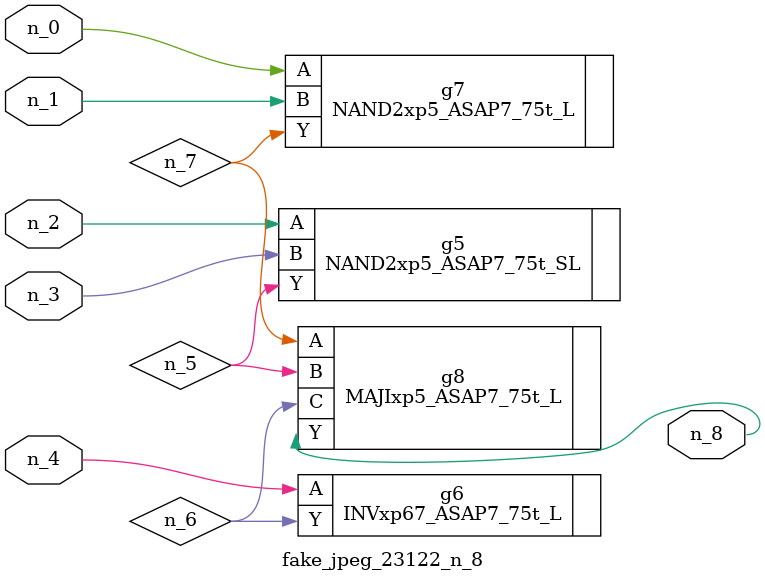
<source format=v>
module fake_jpeg_23122_n_8 (n_3, n_2, n_1, n_0, n_4, n_8);

input n_3;
input n_2;
input n_1;
input n_0;
input n_4;

output n_8;

wire n_6;
wire n_5;
wire n_7;

NAND2xp5_ASAP7_75t_SL g5 ( 
.A(n_2),
.B(n_3),
.Y(n_5)
);

INVxp67_ASAP7_75t_L g6 ( 
.A(n_4),
.Y(n_6)
);

NAND2xp5_ASAP7_75t_L g7 ( 
.A(n_0),
.B(n_1),
.Y(n_7)
);

MAJIxp5_ASAP7_75t_L g8 ( 
.A(n_7),
.B(n_5),
.C(n_6),
.Y(n_8)
);


endmodule
</source>
